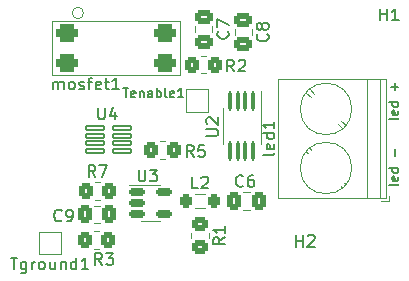
<source format=gto>
G04 #@! TF.GenerationSoftware,KiCad,Pcbnew,7.0.2*
G04 #@! TF.CreationDate,2023-10-22T17:07:00+02:00*
G04 #@! TF.ProjectId,aansturing lamp pcb,61616e73-7475-4726-996e-67206c616d70,rev?*
G04 #@! TF.SameCoordinates,Original*
G04 #@! TF.FileFunction,Legend,Top*
G04 #@! TF.FilePolarity,Positive*
%FSLAX46Y46*%
G04 Gerber Fmt 4.6, Leading zero omitted, Abs format (unit mm)*
G04 Created by KiCad (PCBNEW 7.0.2) date 2023-10-22 17:07:00*
%MOMM*%
%LPD*%
G01*
G04 APERTURE LIST*
G04 Aperture macros list*
%AMRoundRect*
0 Rectangle with rounded corners*
0 $1 Rounding radius*
0 $2 $3 $4 $5 $6 $7 $8 $9 X,Y pos of 4 corners*
0 Add a 4 corners polygon primitive as box body*
4,1,4,$2,$3,$4,$5,$6,$7,$8,$9,$2,$3,0*
0 Add four circle primitives for the rounded corners*
1,1,$1+$1,$2,$3*
1,1,$1+$1,$4,$5*
1,1,$1+$1,$6,$7*
1,1,$1+$1,$8,$9*
0 Add four rect primitives between the rounded corners*
20,1,$1+$1,$2,$3,$4,$5,0*
20,1,$1+$1,$4,$5,$6,$7,0*
20,1,$1+$1,$6,$7,$8,$9,0*
20,1,$1+$1,$8,$9,$2,$3,0*%
G04 Aperture macros list end*
%ADD10C,0.200000*%
%ADD11C,0.150000*%
%ADD12C,0.120000*%
%ADD13RoundRect,0.250000X-0.350000X-0.450000X0.350000X-0.450000X0.350000X0.450000X-0.350000X0.450000X0*%
%ADD14RoundRect,0.250000X0.337500X0.475000X-0.337500X0.475000X-0.337500X-0.475000X0.337500X-0.475000X0*%
%ADD15RoundRect,0.250000X0.350000X0.450000X-0.350000X0.450000X-0.350000X-0.450000X0.350000X-0.450000X0*%
%ADD16RoundRect,0.375000X0.575000X0.375000X-0.575000X0.375000X-0.575000X-0.375000X0.575000X-0.375000X0*%
%ADD17C,2.500000*%
%ADD18R,1.500000X1.500000*%
%ADD19RoundRect,0.250000X-0.337500X-0.475000X0.337500X-0.475000X0.337500X0.475000X-0.337500X0.475000X0*%
%ADD20RoundRect,0.150000X-0.512500X-0.150000X0.512500X-0.150000X0.512500X0.150000X-0.512500X0.150000X0*%
%ADD21R,2.600000X2.600000*%
%ADD22C,2.600000*%
%ADD23RoundRect,0.250000X0.275000X0.350000X-0.275000X0.350000X-0.275000X-0.350000X0.275000X-0.350000X0*%
%ADD24RoundRect,0.250000X-0.475000X0.337500X-0.475000X-0.337500X0.475000X-0.337500X0.475000X0.337500X0*%
%ADD25RoundRect,0.102000X0.762000X0.190000X-0.762000X0.190000X-0.762000X-0.190000X0.762000X-0.190000X0*%
%ADD26RoundRect,0.250000X-0.450000X0.350000X-0.450000X-0.350000X0.450000X-0.350000X0.450000X0.350000X0*%
%ADD27RoundRect,0.100000X-0.100000X0.712500X-0.100000X-0.712500X0.100000X-0.712500X0.100000X0.712500X0*%
%ADD28R,1.700000X1.700000*%
%ADD29O,1.700000X1.700000*%
G04 APERTURE END LIST*
D10*
X114837095Y-81610238D02*
X114799000Y-81686428D01*
X114799000Y-81686428D02*
X114722809Y-81724523D01*
X114722809Y-81724523D02*
X114037095Y-81724523D01*
X114799000Y-81000713D02*
X114837095Y-81076904D01*
X114837095Y-81076904D02*
X114837095Y-81229285D01*
X114837095Y-81229285D02*
X114799000Y-81305475D01*
X114799000Y-81305475D02*
X114722809Y-81343571D01*
X114722809Y-81343571D02*
X114418047Y-81343571D01*
X114418047Y-81343571D02*
X114341857Y-81305475D01*
X114341857Y-81305475D02*
X114303761Y-81229285D01*
X114303761Y-81229285D02*
X114303761Y-81076904D01*
X114303761Y-81076904D02*
X114341857Y-81000713D01*
X114341857Y-81000713D02*
X114418047Y-80962618D01*
X114418047Y-80962618D02*
X114494238Y-80962618D01*
X114494238Y-80962618D02*
X114570428Y-81343571D01*
X114837095Y-80276904D02*
X114037095Y-80276904D01*
X114799000Y-80276904D02*
X114837095Y-80353095D01*
X114837095Y-80353095D02*
X114837095Y-80505476D01*
X114837095Y-80505476D02*
X114799000Y-80581666D01*
X114799000Y-80581666D02*
X114760904Y-80619761D01*
X114760904Y-80619761D02*
X114684714Y-80657857D01*
X114684714Y-80657857D02*
X114456142Y-80657857D01*
X114456142Y-80657857D02*
X114379952Y-80619761D01*
X114379952Y-80619761D02*
X114341857Y-80581666D01*
X114341857Y-80581666D02*
X114303761Y-80505476D01*
X114303761Y-80505476D02*
X114303761Y-80353095D01*
X114303761Y-80353095D02*
X114341857Y-80276904D01*
X114532333Y-79286427D02*
X114532333Y-78676904D01*
X114837095Y-78981665D02*
X114227571Y-78981665D01*
X114837095Y-87198238D02*
X114799000Y-87274428D01*
X114799000Y-87274428D02*
X114722809Y-87312523D01*
X114722809Y-87312523D02*
X114037095Y-87312523D01*
X114799000Y-86588713D02*
X114837095Y-86664904D01*
X114837095Y-86664904D02*
X114837095Y-86817285D01*
X114837095Y-86817285D02*
X114799000Y-86893475D01*
X114799000Y-86893475D02*
X114722809Y-86931571D01*
X114722809Y-86931571D02*
X114418047Y-86931571D01*
X114418047Y-86931571D02*
X114341857Y-86893475D01*
X114341857Y-86893475D02*
X114303761Y-86817285D01*
X114303761Y-86817285D02*
X114303761Y-86664904D01*
X114303761Y-86664904D02*
X114341857Y-86588713D01*
X114341857Y-86588713D02*
X114418047Y-86550618D01*
X114418047Y-86550618D02*
X114494238Y-86550618D01*
X114494238Y-86550618D02*
X114570428Y-86931571D01*
X114837095Y-85864904D02*
X114037095Y-85864904D01*
X114799000Y-85864904D02*
X114837095Y-85941095D01*
X114837095Y-85941095D02*
X114837095Y-86093476D01*
X114837095Y-86093476D02*
X114799000Y-86169666D01*
X114799000Y-86169666D02*
X114760904Y-86207761D01*
X114760904Y-86207761D02*
X114684714Y-86245857D01*
X114684714Y-86245857D02*
X114456142Y-86245857D01*
X114456142Y-86245857D02*
X114379952Y-86207761D01*
X114379952Y-86207761D02*
X114341857Y-86169666D01*
X114341857Y-86169666D02*
X114303761Y-86093476D01*
X114303761Y-86093476D02*
X114303761Y-85941095D01*
X114303761Y-85941095D02*
X114341857Y-85864904D01*
X114532333Y-84874427D02*
X114532333Y-84264904D01*
D11*
X89193333Y-86602619D02*
X88860000Y-86126428D01*
X88621905Y-86602619D02*
X88621905Y-85602619D01*
X88621905Y-85602619D02*
X89002857Y-85602619D01*
X89002857Y-85602619D02*
X89098095Y-85650238D01*
X89098095Y-85650238D02*
X89145714Y-85697857D01*
X89145714Y-85697857D02*
X89193333Y-85793095D01*
X89193333Y-85793095D02*
X89193333Y-85935952D01*
X89193333Y-85935952D02*
X89145714Y-86031190D01*
X89145714Y-86031190D02*
X89098095Y-86078809D01*
X89098095Y-86078809D02*
X89002857Y-86126428D01*
X89002857Y-86126428D02*
X88621905Y-86126428D01*
X89526667Y-85602619D02*
X90193333Y-85602619D01*
X90193333Y-85602619D02*
X89764762Y-86602619D01*
X86320333Y-90283380D02*
X86272714Y-90331000D01*
X86272714Y-90331000D02*
X86129857Y-90378619D01*
X86129857Y-90378619D02*
X86034619Y-90378619D01*
X86034619Y-90378619D02*
X85891762Y-90331000D01*
X85891762Y-90331000D02*
X85796524Y-90235761D01*
X85796524Y-90235761D02*
X85748905Y-90140523D01*
X85748905Y-90140523D02*
X85701286Y-89950047D01*
X85701286Y-89950047D02*
X85701286Y-89807190D01*
X85701286Y-89807190D02*
X85748905Y-89616714D01*
X85748905Y-89616714D02*
X85796524Y-89521476D01*
X85796524Y-89521476D02*
X85891762Y-89426238D01*
X85891762Y-89426238D02*
X86034619Y-89378619D01*
X86034619Y-89378619D02*
X86129857Y-89378619D01*
X86129857Y-89378619D02*
X86272714Y-89426238D01*
X86272714Y-89426238D02*
X86320333Y-89473857D01*
X86796524Y-90378619D02*
X86987000Y-90378619D01*
X86987000Y-90378619D02*
X87082238Y-90331000D01*
X87082238Y-90331000D02*
X87129857Y-90283380D01*
X87129857Y-90283380D02*
X87225095Y-90140523D01*
X87225095Y-90140523D02*
X87272714Y-89950047D01*
X87272714Y-89950047D02*
X87272714Y-89569095D01*
X87272714Y-89569095D02*
X87225095Y-89473857D01*
X87225095Y-89473857D02*
X87177476Y-89426238D01*
X87177476Y-89426238D02*
X87082238Y-89378619D01*
X87082238Y-89378619D02*
X86891762Y-89378619D01*
X86891762Y-89378619D02*
X86796524Y-89426238D01*
X86796524Y-89426238D02*
X86748905Y-89473857D01*
X86748905Y-89473857D02*
X86701286Y-89569095D01*
X86701286Y-89569095D02*
X86701286Y-89807190D01*
X86701286Y-89807190D02*
X86748905Y-89902428D01*
X86748905Y-89902428D02*
X86796524Y-89950047D01*
X86796524Y-89950047D02*
X86891762Y-89997666D01*
X86891762Y-89997666D02*
X87082238Y-89997666D01*
X87082238Y-89997666D02*
X87177476Y-89950047D01*
X87177476Y-89950047D02*
X87225095Y-89902428D01*
X87225095Y-89902428D02*
X87272714Y-89807190D01*
X89749333Y-94061619D02*
X89416000Y-93585428D01*
X89177905Y-94061619D02*
X89177905Y-93061619D01*
X89177905Y-93061619D02*
X89558857Y-93061619D01*
X89558857Y-93061619D02*
X89654095Y-93109238D01*
X89654095Y-93109238D02*
X89701714Y-93156857D01*
X89701714Y-93156857D02*
X89749333Y-93252095D01*
X89749333Y-93252095D02*
X89749333Y-93394952D01*
X89749333Y-93394952D02*
X89701714Y-93490190D01*
X89701714Y-93490190D02*
X89654095Y-93537809D01*
X89654095Y-93537809D02*
X89558857Y-93585428D01*
X89558857Y-93585428D02*
X89177905Y-93585428D01*
X90082667Y-93061619D02*
X90701714Y-93061619D01*
X90701714Y-93061619D02*
X90368381Y-93442571D01*
X90368381Y-93442571D02*
X90511238Y-93442571D01*
X90511238Y-93442571D02*
X90606476Y-93490190D01*
X90606476Y-93490190D02*
X90654095Y-93537809D01*
X90654095Y-93537809D02*
X90701714Y-93633047D01*
X90701714Y-93633047D02*
X90701714Y-93871142D01*
X90701714Y-93871142D02*
X90654095Y-93966380D01*
X90654095Y-93966380D02*
X90606476Y-94014000D01*
X90606476Y-94014000D02*
X90511238Y-94061619D01*
X90511238Y-94061619D02*
X90225524Y-94061619D01*
X90225524Y-94061619D02*
X90130286Y-94014000D01*
X90130286Y-94014000D02*
X90082667Y-93966380D01*
X85630095Y-79202619D02*
X85630095Y-78535952D01*
X85630095Y-78631190D02*
X85677714Y-78583571D01*
X85677714Y-78583571D02*
X85772952Y-78535952D01*
X85772952Y-78535952D02*
X85915809Y-78535952D01*
X85915809Y-78535952D02*
X86011047Y-78583571D01*
X86011047Y-78583571D02*
X86058666Y-78678809D01*
X86058666Y-78678809D02*
X86058666Y-79202619D01*
X86058666Y-78678809D02*
X86106285Y-78583571D01*
X86106285Y-78583571D02*
X86201523Y-78535952D01*
X86201523Y-78535952D02*
X86344380Y-78535952D01*
X86344380Y-78535952D02*
X86439619Y-78583571D01*
X86439619Y-78583571D02*
X86487238Y-78678809D01*
X86487238Y-78678809D02*
X86487238Y-79202619D01*
X87106285Y-79202619D02*
X87011047Y-79155000D01*
X87011047Y-79155000D02*
X86963428Y-79107380D01*
X86963428Y-79107380D02*
X86915809Y-79012142D01*
X86915809Y-79012142D02*
X86915809Y-78726428D01*
X86915809Y-78726428D02*
X86963428Y-78631190D01*
X86963428Y-78631190D02*
X87011047Y-78583571D01*
X87011047Y-78583571D02*
X87106285Y-78535952D01*
X87106285Y-78535952D02*
X87249142Y-78535952D01*
X87249142Y-78535952D02*
X87344380Y-78583571D01*
X87344380Y-78583571D02*
X87391999Y-78631190D01*
X87391999Y-78631190D02*
X87439618Y-78726428D01*
X87439618Y-78726428D02*
X87439618Y-79012142D01*
X87439618Y-79012142D02*
X87391999Y-79107380D01*
X87391999Y-79107380D02*
X87344380Y-79155000D01*
X87344380Y-79155000D02*
X87249142Y-79202619D01*
X87249142Y-79202619D02*
X87106285Y-79202619D01*
X87820571Y-79155000D02*
X87915809Y-79202619D01*
X87915809Y-79202619D02*
X88106285Y-79202619D01*
X88106285Y-79202619D02*
X88201523Y-79155000D01*
X88201523Y-79155000D02*
X88249142Y-79059761D01*
X88249142Y-79059761D02*
X88249142Y-79012142D01*
X88249142Y-79012142D02*
X88201523Y-78916904D01*
X88201523Y-78916904D02*
X88106285Y-78869285D01*
X88106285Y-78869285D02*
X87963428Y-78869285D01*
X87963428Y-78869285D02*
X87868190Y-78821666D01*
X87868190Y-78821666D02*
X87820571Y-78726428D01*
X87820571Y-78726428D02*
X87820571Y-78678809D01*
X87820571Y-78678809D02*
X87868190Y-78583571D01*
X87868190Y-78583571D02*
X87963428Y-78535952D01*
X87963428Y-78535952D02*
X88106285Y-78535952D01*
X88106285Y-78535952D02*
X88201523Y-78583571D01*
X88534857Y-78535952D02*
X88915809Y-78535952D01*
X88677714Y-79202619D02*
X88677714Y-78345476D01*
X88677714Y-78345476D02*
X88725333Y-78250238D01*
X88725333Y-78250238D02*
X88820571Y-78202619D01*
X88820571Y-78202619D02*
X88915809Y-78202619D01*
X89630095Y-79155000D02*
X89534857Y-79202619D01*
X89534857Y-79202619D02*
X89344381Y-79202619D01*
X89344381Y-79202619D02*
X89249143Y-79155000D01*
X89249143Y-79155000D02*
X89201524Y-79059761D01*
X89201524Y-79059761D02*
X89201524Y-78678809D01*
X89201524Y-78678809D02*
X89249143Y-78583571D01*
X89249143Y-78583571D02*
X89344381Y-78535952D01*
X89344381Y-78535952D02*
X89534857Y-78535952D01*
X89534857Y-78535952D02*
X89630095Y-78583571D01*
X89630095Y-78583571D02*
X89677714Y-78678809D01*
X89677714Y-78678809D02*
X89677714Y-78774047D01*
X89677714Y-78774047D02*
X89201524Y-78869285D01*
X89963429Y-78535952D02*
X90344381Y-78535952D01*
X90106286Y-78202619D02*
X90106286Y-79059761D01*
X90106286Y-79059761D02*
X90153905Y-79155000D01*
X90153905Y-79155000D02*
X90249143Y-79202619D01*
X90249143Y-79202619D02*
X90344381Y-79202619D01*
X91201524Y-79202619D02*
X90630096Y-79202619D01*
X90915810Y-79202619D02*
X90915810Y-78202619D01*
X90915810Y-78202619D02*
X90820572Y-78345476D01*
X90820572Y-78345476D02*
X90725334Y-78440714D01*
X90725334Y-78440714D02*
X90630096Y-78488333D01*
X106172095Y-92516619D02*
X106172095Y-91516619D01*
X106172095Y-91992809D02*
X106743523Y-91992809D01*
X106743523Y-92516619D02*
X106743523Y-91516619D01*
X107172095Y-91611857D02*
X107219714Y-91564238D01*
X107219714Y-91564238D02*
X107314952Y-91516619D01*
X107314952Y-91516619D02*
X107553047Y-91516619D01*
X107553047Y-91516619D02*
X107648285Y-91564238D01*
X107648285Y-91564238D02*
X107695904Y-91611857D01*
X107695904Y-91611857D02*
X107743523Y-91707095D01*
X107743523Y-91707095D02*
X107743523Y-91802333D01*
X107743523Y-91802333D02*
X107695904Y-91945190D01*
X107695904Y-91945190D02*
X107124476Y-92516619D01*
X107124476Y-92516619D02*
X107743523Y-92516619D01*
X82010666Y-93442619D02*
X82582094Y-93442619D01*
X82296380Y-94442619D02*
X82296380Y-93442619D01*
X83343999Y-93775952D02*
X83343999Y-94585476D01*
X83343999Y-94585476D02*
X83296380Y-94680714D01*
X83296380Y-94680714D02*
X83248761Y-94728333D01*
X83248761Y-94728333D02*
X83153523Y-94775952D01*
X83153523Y-94775952D02*
X83010666Y-94775952D01*
X83010666Y-94775952D02*
X82915428Y-94728333D01*
X83343999Y-94395000D02*
X83248761Y-94442619D01*
X83248761Y-94442619D02*
X83058285Y-94442619D01*
X83058285Y-94442619D02*
X82963047Y-94395000D01*
X82963047Y-94395000D02*
X82915428Y-94347380D01*
X82915428Y-94347380D02*
X82867809Y-94252142D01*
X82867809Y-94252142D02*
X82867809Y-93966428D01*
X82867809Y-93966428D02*
X82915428Y-93871190D01*
X82915428Y-93871190D02*
X82963047Y-93823571D01*
X82963047Y-93823571D02*
X83058285Y-93775952D01*
X83058285Y-93775952D02*
X83248761Y-93775952D01*
X83248761Y-93775952D02*
X83343999Y-93823571D01*
X83820190Y-94442619D02*
X83820190Y-93775952D01*
X83820190Y-93966428D02*
X83867809Y-93871190D01*
X83867809Y-93871190D02*
X83915428Y-93823571D01*
X83915428Y-93823571D02*
X84010666Y-93775952D01*
X84010666Y-93775952D02*
X84105904Y-93775952D01*
X84582095Y-94442619D02*
X84486857Y-94395000D01*
X84486857Y-94395000D02*
X84439238Y-94347380D01*
X84439238Y-94347380D02*
X84391619Y-94252142D01*
X84391619Y-94252142D02*
X84391619Y-93966428D01*
X84391619Y-93966428D02*
X84439238Y-93871190D01*
X84439238Y-93871190D02*
X84486857Y-93823571D01*
X84486857Y-93823571D02*
X84582095Y-93775952D01*
X84582095Y-93775952D02*
X84724952Y-93775952D01*
X84724952Y-93775952D02*
X84820190Y-93823571D01*
X84820190Y-93823571D02*
X84867809Y-93871190D01*
X84867809Y-93871190D02*
X84915428Y-93966428D01*
X84915428Y-93966428D02*
X84915428Y-94252142D01*
X84915428Y-94252142D02*
X84867809Y-94347380D01*
X84867809Y-94347380D02*
X84820190Y-94395000D01*
X84820190Y-94395000D02*
X84724952Y-94442619D01*
X84724952Y-94442619D02*
X84582095Y-94442619D01*
X85772571Y-93775952D02*
X85772571Y-94442619D01*
X85344000Y-93775952D02*
X85344000Y-94299761D01*
X85344000Y-94299761D02*
X85391619Y-94395000D01*
X85391619Y-94395000D02*
X85486857Y-94442619D01*
X85486857Y-94442619D02*
X85629714Y-94442619D01*
X85629714Y-94442619D02*
X85724952Y-94395000D01*
X85724952Y-94395000D02*
X85772571Y-94347380D01*
X86248762Y-93775952D02*
X86248762Y-94442619D01*
X86248762Y-93871190D02*
X86296381Y-93823571D01*
X86296381Y-93823571D02*
X86391619Y-93775952D01*
X86391619Y-93775952D02*
X86534476Y-93775952D01*
X86534476Y-93775952D02*
X86629714Y-93823571D01*
X86629714Y-93823571D02*
X86677333Y-93918809D01*
X86677333Y-93918809D02*
X86677333Y-94442619D01*
X87582095Y-94442619D02*
X87582095Y-93442619D01*
X87582095Y-94395000D02*
X87486857Y-94442619D01*
X87486857Y-94442619D02*
X87296381Y-94442619D01*
X87296381Y-94442619D02*
X87201143Y-94395000D01*
X87201143Y-94395000D02*
X87153524Y-94347380D01*
X87153524Y-94347380D02*
X87105905Y-94252142D01*
X87105905Y-94252142D02*
X87105905Y-93966428D01*
X87105905Y-93966428D02*
X87153524Y-93871190D01*
X87153524Y-93871190D02*
X87201143Y-93823571D01*
X87201143Y-93823571D02*
X87296381Y-93775952D01*
X87296381Y-93775952D02*
X87486857Y-93775952D01*
X87486857Y-93775952D02*
X87582095Y-93823571D01*
X88582095Y-94442619D02*
X88010667Y-94442619D01*
X88296381Y-94442619D02*
X88296381Y-93442619D01*
X88296381Y-93442619D02*
X88201143Y-93585476D01*
X88201143Y-93585476D02*
X88105905Y-93680714D01*
X88105905Y-93680714D02*
X88010667Y-93728333D01*
X101687333Y-87362380D02*
X101639714Y-87410000D01*
X101639714Y-87410000D02*
X101496857Y-87457619D01*
X101496857Y-87457619D02*
X101401619Y-87457619D01*
X101401619Y-87457619D02*
X101258762Y-87410000D01*
X101258762Y-87410000D02*
X101163524Y-87314761D01*
X101163524Y-87314761D02*
X101115905Y-87219523D01*
X101115905Y-87219523D02*
X101068286Y-87029047D01*
X101068286Y-87029047D02*
X101068286Y-86886190D01*
X101068286Y-86886190D02*
X101115905Y-86695714D01*
X101115905Y-86695714D02*
X101163524Y-86600476D01*
X101163524Y-86600476D02*
X101258762Y-86505238D01*
X101258762Y-86505238D02*
X101401619Y-86457619D01*
X101401619Y-86457619D02*
X101496857Y-86457619D01*
X101496857Y-86457619D02*
X101639714Y-86505238D01*
X101639714Y-86505238D02*
X101687333Y-86552857D01*
X102544476Y-86457619D02*
X102354000Y-86457619D01*
X102354000Y-86457619D02*
X102258762Y-86505238D01*
X102258762Y-86505238D02*
X102211143Y-86552857D01*
X102211143Y-86552857D02*
X102115905Y-86695714D01*
X102115905Y-86695714D02*
X102068286Y-86886190D01*
X102068286Y-86886190D02*
X102068286Y-87267142D01*
X102068286Y-87267142D02*
X102115905Y-87362380D01*
X102115905Y-87362380D02*
X102163524Y-87410000D01*
X102163524Y-87410000D02*
X102258762Y-87457619D01*
X102258762Y-87457619D02*
X102449238Y-87457619D01*
X102449238Y-87457619D02*
X102544476Y-87410000D01*
X102544476Y-87410000D02*
X102592095Y-87362380D01*
X102592095Y-87362380D02*
X102639714Y-87267142D01*
X102639714Y-87267142D02*
X102639714Y-87029047D01*
X102639714Y-87029047D02*
X102592095Y-86933809D01*
X102592095Y-86933809D02*
X102544476Y-86886190D01*
X102544476Y-86886190D02*
X102449238Y-86838571D01*
X102449238Y-86838571D02*
X102258762Y-86838571D01*
X102258762Y-86838571D02*
X102163524Y-86886190D01*
X102163524Y-86886190D02*
X102115905Y-86933809D01*
X102115905Y-86933809D02*
X102068286Y-87029047D01*
X91516523Y-79072095D02*
X91973666Y-79072095D01*
X91745094Y-79872095D02*
X91745094Y-79072095D01*
X92545095Y-79834000D02*
X92468904Y-79872095D01*
X92468904Y-79872095D02*
X92316523Y-79872095D01*
X92316523Y-79872095D02*
X92240333Y-79834000D01*
X92240333Y-79834000D02*
X92202237Y-79757809D01*
X92202237Y-79757809D02*
X92202237Y-79453047D01*
X92202237Y-79453047D02*
X92240333Y-79376857D01*
X92240333Y-79376857D02*
X92316523Y-79338761D01*
X92316523Y-79338761D02*
X92468904Y-79338761D01*
X92468904Y-79338761D02*
X92545095Y-79376857D01*
X92545095Y-79376857D02*
X92583190Y-79453047D01*
X92583190Y-79453047D02*
X92583190Y-79529238D01*
X92583190Y-79529238D02*
X92202237Y-79605428D01*
X92926047Y-79338761D02*
X92926047Y-79872095D01*
X92926047Y-79414952D02*
X92964142Y-79376857D01*
X92964142Y-79376857D02*
X93040332Y-79338761D01*
X93040332Y-79338761D02*
X93154618Y-79338761D01*
X93154618Y-79338761D02*
X93230809Y-79376857D01*
X93230809Y-79376857D02*
X93268904Y-79453047D01*
X93268904Y-79453047D02*
X93268904Y-79872095D01*
X93992714Y-79872095D02*
X93992714Y-79453047D01*
X93992714Y-79453047D02*
X93954619Y-79376857D01*
X93954619Y-79376857D02*
X93878428Y-79338761D01*
X93878428Y-79338761D02*
X93726047Y-79338761D01*
X93726047Y-79338761D02*
X93649857Y-79376857D01*
X93992714Y-79834000D02*
X93916523Y-79872095D01*
X93916523Y-79872095D02*
X93726047Y-79872095D01*
X93726047Y-79872095D02*
X93649857Y-79834000D01*
X93649857Y-79834000D02*
X93611761Y-79757809D01*
X93611761Y-79757809D02*
X93611761Y-79681619D01*
X93611761Y-79681619D02*
X93649857Y-79605428D01*
X93649857Y-79605428D02*
X93726047Y-79567333D01*
X93726047Y-79567333D02*
X93916523Y-79567333D01*
X93916523Y-79567333D02*
X93992714Y-79529238D01*
X94373667Y-79872095D02*
X94373667Y-79072095D01*
X94373667Y-79376857D02*
X94449857Y-79338761D01*
X94449857Y-79338761D02*
X94602238Y-79338761D01*
X94602238Y-79338761D02*
X94678429Y-79376857D01*
X94678429Y-79376857D02*
X94716524Y-79414952D01*
X94716524Y-79414952D02*
X94754619Y-79491142D01*
X94754619Y-79491142D02*
X94754619Y-79719714D01*
X94754619Y-79719714D02*
X94716524Y-79795904D01*
X94716524Y-79795904D02*
X94678429Y-79834000D01*
X94678429Y-79834000D02*
X94602238Y-79872095D01*
X94602238Y-79872095D02*
X94449857Y-79872095D01*
X94449857Y-79872095D02*
X94373667Y-79834000D01*
X95211762Y-79872095D02*
X95135572Y-79834000D01*
X95135572Y-79834000D02*
X95097477Y-79757809D01*
X95097477Y-79757809D02*
X95097477Y-79072095D01*
X95821287Y-79834000D02*
X95745096Y-79872095D01*
X95745096Y-79872095D02*
X95592715Y-79872095D01*
X95592715Y-79872095D02*
X95516525Y-79834000D01*
X95516525Y-79834000D02*
X95478429Y-79757809D01*
X95478429Y-79757809D02*
X95478429Y-79453047D01*
X95478429Y-79453047D02*
X95516525Y-79376857D01*
X95516525Y-79376857D02*
X95592715Y-79338761D01*
X95592715Y-79338761D02*
X95745096Y-79338761D01*
X95745096Y-79338761D02*
X95821287Y-79376857D01*
X95821287Y-79376857D02*
X95859382Y-79453047D01*
X95859382Y-79453047D02*
X95859382Y-79529238D01*
X95859382Y-79529238D02*
X95478429Y-79605428D01*
X96621286Y-79872095D02*
X96164143Y-79872095D01*
X96392715Y-79872095D02*
X96392715Y-79072095D01*
X96392715Y-79072095D02*
X96316524Y-79186380D01*
X96316524Y-79186380D02*
X96240334Y-79262571D01*
X96240334Y-79262571D02*
X96164143Y-79300666D01*
X92848095Y-85982619D02*
X92848095Y-86792142D01*
X92848095Y-86792142D02*
X92895714Y-86887380D01*
X92895714Y-86887380D02*
X92943333Y-86935000D01*
X92943333Y-86935000D02*
X93038571Y-86982619D01*
X93038571Y-86982619D02*
X93229047Y-86982619D01*
X93229047Y-86982619D02*
X93324285Y-86935000D01*
X93324285Y-86935000D02*
X93371904Y-86887380D01*
X93371904Y-86887380D02*
X93419523Y-86792142D01*
X93419523Y-86792142D02*
X93419523Y-85982619D01*
X93800476Y-85982619D02*
X94419523Y-85982619D01*
X94419523Y-85982619D02*
X94086190Y-86363571D01*
X94086190Y-86363571D02*
X94229047Y-86363571D01*
X94229047Y-86363571D02*
X94324285Y-86411190D01*
X94324285Y-86411190D02*
X94371904Y-86458809D01*
X94371904Y-86458809D02*
X94419523Y-86554047D01*
X94419523Y-86554047D02*
X94419523Y-86792142D01*
X94419523Y-86792142D02*
X94371904Y-86887380D01*
X94371904Y-86887380D02*
X94324285Y-86935000D01*
X94324285Y-86935000D02*
X94229047Y-86982619D01*
X94229047Y-86982619D02*
X93943333Y-86982619D01*
X93943333Y-86982619D02*
X93848095Y-86935000D01*
X93848095Y-86935000D02*
X93800476Y-86887380D01*
X104348619Y-84590095D02*
X104301000Y-84685333D01*
X104301000Y-84685333D02*
X104205761Y-84732952D01*
X104205761Y-84732952D02*
X103348619Y-84732952D01*
X104301000Y-83828190D02*
X104348619Y-83923428D01*
X104348619Y-83923428D02*
X104348619Y-84113904D01*
X104348619Y-84113904D02*
X104301000Y-84209142D01*
X104301000Y-84209142D02*
X104205761Y-84256761D01*
X104205761Y-84256761D02*
X103824809Y-84256761D01*
X103824809Y-84256761D02*
X103729571Y-84209142D01*
X103729571Y-84209142D02*
X103681952Y-84113904D01*
X103681952Y-84113904D02*
X103681952Y-83923428D01*
X103681952Y-83923428D02*
X103729571Y-83828190D01*
X103729571Y-83828190D02*
X103824809Y-83780571D01*
X103824809Y-83780571D02*
X103920047Y-83780571D01*
X103920047Y-83780571D02*
X104015285Y-84256761D01*
X104348619Y-82923428D02*
X103348619Y-82923428D01*
X104301000Y-82923428D02*
X104348619Y-83018666D01*
X104348619Y-83018666D02*
X104348619Y-83209142D01*
X104348619Y-83209142D02*
X104301000Y-83304380D01*
X104301000Y-83304380D02*
X104253380Y-83351999D01*
X104253380Y-83351999D02*
X104158142Y-83399618D01*
X104158142Y-83399618D02*
X103872428Y-83399618D01*
X103872428Y-83399618D02*
X103777190Y-83351999D01*
X103777190Y-83351999D02*
X103729571Y-83304380D01*
X103729571Y-83304380D02*
X103681952Y-83209142D01*
X103681952Y-83209142D02*
X103681952Y-83018666D01*
X103681952Y-83018666D02*
X103729571Y-82923428D01*
X104348619Y-81923428D02*
X104348619Y-82494856D01*
X104348619Y-82209142D02*
X103348619Y-82209142D01*
X103348619Y-82209142D02*
X103491476Y-82304380D01*
X103491476Y-82304380D02*
X103586714Y-82399618D01*
X103586714Y-82399618D02*
X103634333Y-82494856D01*
X100925333Y-77678619D02*
X100592000Y-77202428D01*
X100353905Y-77678619D02*
X100353905Y-76678619D01*
X100353905Y-76678619D02*
X100734857Y-76678619D01*
X100734857Y-76678619D02*
X100830095Y-76726238D01*
X100830095Y-76726238D02*
X100877714Y-76773857D01*
X100877714Y-76773857D02*
X100925333Y-76869095D01*
X100925333Y-76869095D02*
X100925333Y-77011952D01*
X100925333Y-77011952D02*
X100877714Y-77107190D01*
X100877714Y-77107190D02*
X100830095Y-77154809D01*
X100830095Y-77154809D02*
X100734857Y-77202428D01*
X100734857Y-77202428D02*
X100353905Y-77202428D01*
X101306286Y-76773857D02*
X101353905Y-76726238D01*
X101353905Y-76726238D02*
X101449143Y-76678619D01*
X101449143Y-76678619D02*
X101687238Y-76678619D01*
X101687238Y-76678619D02*
X101782476Y-76726238D01*
X101782476Y-76726238D02*
X101830095Y-76773857D01*
X101830095Y-76773857D02*
X101877714Y-76869095D01*
X101877714Y-76869095D02*
X101877714Y-76964333D01*
X101877714Y-76964333D02*
X101830095Y-77107190D01*
X101830095Y-77107190D02*
X101258667Y-77678619D01*
X101258667Y-77678619D02*
X101877714Y-77678619D01*
X97496333Y-84917619D02*
X97163000Y-84441428D01*
X96924905Y-84917619D02*
X96924905Y-83917619D01*
X96924905Y-83917619D02*
X97305857Y-83917619D01*
X97305857Y-83917619D02*
X97401095Y-83965238D01*
X97401095Y-83965238D02*
X97448714Y-84012857D01*
X97448714Y-84012857D02*
X97496333Y-84108095D01*
X97496333Y-84108095D02*
X97496333Y-84250952D01*
X97496333Y-84250952D02*
X97448714Y-84346190D01*
X97448714Y-84346190D02*
X97401095Y-84393809D01*
X97401095Y-84393809D02*
X97305857Y-84441428D01*
X97305857Y-84441428D02*
X96924905Y-84441428D01*
X98401095Y-83917619D02*
X97924905Y-83917619D01*
X97924905Y-83917619D02*
X97877286Y-84393809D01*
X97877286Y-84393809D02*
X97924905Y-84346190D01*
X97924905Y-84346190D02*
X98020143Y-84298571D01*
X98020143Y-84298571D02*
X98258238Y-84298571D01*
X98258238Y-84298571D02*
X98353476Y-84346190D01*
X98353476Y-84346190D02*
X98401095Y-84393809D01*
X98401095Y-84393809D02*
X98448714Y-84489047D01*
X98448714Y-84489047D02*
X98448714Y-84727142D01*
X98448714Y-84727142D02*
X98401095Y-84822380D01*
X98401095Y-84822380D02*
X98353476Y-84870000D01*
X98353476Y-84870000D02*
X98258238Y-84917619D01*
X98258238Y-84917619D02*
X98020143Y-84917619D01*
X98020143Y-84917619D02*
X97924905Y-84870000D01*
X97924905Y-84870000D02*
X97877286Y-84822380D01*
X97877333Y-87584619D02*
X97401143Y-87584619D01*
X97401143Y-87584619D02*
X97401143Y-86584619D01*
X98163048Y-86679857D02*
X98210667Y-86632238D01*
X98210667Y-86632238D02*
X98305905Y-86584619D01*
X98305905Y-86584619D02*
X98544000Y-86584619D01*
X98544000Y-86584619D02*
X98639238Y-86632238D01*
X98639238Y-86632238D02*
X98686857Y-86679857D01*
X98686857Y-86679857D02*
X98734476Y-86775095D01*
X98734476Y-86775095D02*
X98734476Y-86870333D01*
X98734476Y-86870333D02*
X98686857Y-87013190D01*
X98686857Y-87013190D02*
X98115429Y-87584619D01*
X98115429Y-87584619D02*
X98734476Y-87584619D01*
X113284095Y-73360619D02*
X113284095Y-72360619D01*
X113284095Y-72836809D02*
X113855523Y-72836809D01*
X113855523Y-73360619D02*
X113855523Y-72360619D01*
X114855523Y-73360619D02*
X114284095Y-73360619D01*
X114569809Y-73360619D02*
X114569809Y-72360619D01*
X114569809Y-72360619D02*
X114474571Y-72503476D01*
X114474571Y-72503476D02*
X114379333Y-72598714D01*
X114379333Y-72598714D02*
X114284095Y-72646333D01*
X100387380Y-74276666D02*
X100435000Y-74324285D01*
X100435000Y-74324285D02*
X100482619Y-74467142D01*
X100482619Y-74467142D02*
X100482619Y-74562380D01*
X100482619Y-74562380D02*
X100435000Y-74705237D01*
X100435000Y-74705237D02*
X100339761Y-74800475D01*
X100339761Y-74800475D02*
X100244523Y-74848094D01*
X100244523Y-74848094D02*
X100054047Y-74895713D01*
X100054047Y-74895713D02*
X99911190Y-74895713D01*
X99911190Y-74895713D02*
X99720714Y-74848094D01*
X99720714Y-74848094D02*
X99625476Y-74800475D01*
X99625476Y-74800475D02*
X99530238Y-74705237D01*
X99530238Y-74705237D02*
X99482619Y-74562380D01*
X99482619Y-74562380D02*
X99482619Y-74467142D01*
X99482619Y-74467142D02*
X99530238Y-74324285D01*
X99530238Y-74324285D02*
X99577857Y-74276666D01*
X99482619Y-73943332D02*
X99482619Y-73276666D01*
X99482619Y-73276666D02*
X100482619Y-73705237D01*
X89408095Y-80742619D02*
X89408095Y-81552142D01*
X89408095Y-81552142D02*
X89455714Y-81647380D01*
X89455714Y-81647380D02*
X89503333Y-81695000D01*
X89503333Y-81695000D02*
X89598571Y-81742619D01*
X89598571Y-81742619D02*
X89789047Y-81742619D01*
X89789047Y-81742619D02*
X89884285Y-81695000D01*
X89884285Y-81695000D02*
X89931904Y-81647380D01*
X89931904Y-81647380D02*
X89979523Y-81552142D01*
X89979523Y-81552142D02*
X89979523Y-80742619D01*
X90884285Y-81075952D02*
X90884285Y-81742619D01*
X90646190Y-80695000D02*
X90408095Y-81409285D01*
X90408095Y-81409285D02*
X91027142Y-81409285D01*
X100156619Y-91733666D02*
X99680428Y-92066999D01*
X100156619Y-92305094D02*
X99156619Y-92305094D01*
X99156619Y-92305094D02*
X99156619Y-91924142D01*
X99156619Y-91924142D02*
X99204238Y-91828904D01*
X99204238Y-91828904D02*
X99251857Y-91781285D01*
X99251857Y-91781285D02*
X99347095Y-91733666D01*
X99347095Y-91733666D02*
X99489952Y-91733666D01*
X99489952Y-91733666D02*
X99585190Y-91781285D01*
X99585190Y-91781285D02*
X99632809Y-91828904D01*
X99632809Y-91828904D02*
X99680428Y-91924142D01*
X99680428Y-91924142D02*
X99680428Y-92305094D01*
X100156619Y-90781285D02*
X100156619Y-91352713D01*
X100156619Y-91066999D02*
X99156619Y-91066999D01*
X99156619Y-91066999D02*
X99299476Y-91162237D01*
X99299476Y-91162237D02*
X99394714Y-91257475D01*
X99394714Y-91257475D02*
X99442333Y-91352713D01*
X98582619Y-83131904D02*
X99392142Y-83131904D01*
X99392142Y-83131904D02*
X99487380Y-83084285D01*
X99487380Y-83084285D02*
X99535000Y-83036666D01*
X99535000Y-83036666D02*
X99582619Y-82941428D01*
X99582619Y-82941428D02*
X99582619Y-82750952D01*
X99582619Y-82750952D02*
X99535000Y-82655714D01*
X99535000Y-82655714D02*
X99487380Y-82608095D01*
X99487380Y-82608095D02*
X99392142Y-82560476D01*
X99392142Y-82560476D02*
X98582619Y-82560476D01*
X98677857Y-82131904D02*
X98630238Y-82084285D01*
X98630238Y-82084285D02*
X98582619Y-81989047D01*
X98582619Y-81989047D02*
X98582619Y-81750952D01*
X98582619Y-81750952D02*
X98630238Y-81655714D01*
X98630238Y-81655714D02*
X98677857Y-81608095D01*
X98677857Y-81608095D02*
X98773095Y-81560476D01*
X98773095Y-81560476D02*
X98868333Y-81560476D01*
X98868333Y-81560476D02*
X99011190Y-81608095D01*
X99011190Y-81608095D02*
X99582619Y-82179523D01*
X99582619Y-82179523D02*
X99582619Y-81560476D01*
X103757380Y-74516666D02*
X103805000Y-74564285D01*
X103805000Y-74564285D02*
X103852619Y-74707142D01*
X103852619Y-74707142D02*
X103852619Y-74802380D01*
X103852619Y-74802380D02*
X103805000Y-74945237D01*
X103805000Y-74945237D02*
X103709761Y-75040475D01*
X103709761Y-75040475D02*
X103614523Y-75088094D01*
X103614523Y-75088094D02*
X103424047Y-75135713D01*
X103424047Y-75135713D02*
X103281190Y-75135713D01*
X103281190Y-75135713D02*
X103090714Y-75088094D01*
X103090714Y-75088094D02*
X102995476Y-75040475D01*
X102995476Y-75040475D02*
X102900238Y-74945237D01*
X102900238Y-74945237D02*
X102852619Y-74802380D01*
X102852619Y-74802380D02*
X102852619Y-74707142D01*
X102852619Y-74707142D02*
X102900238Y-74564285D01*
X102900238Y-74564285D02*
X102947857Y-74516666D01*
X103281190Y-73945237D02*
X103233571Y-74040475D01*
X103233571Y-74040475D02*
X103185952Y-74088094D01*
X103185952Y-74088094D02*
X103090714Y-74135713D01*
X103090714Y-74135713D02*
X103043095Y-74135713D01*
X103043095Y-74135713D02*
X102947857Y-74088094D01*
X102947857Y-74088094D02*
X102900238Y-74040475D01*
X102900238Y-74040475D02*
X102852619Y-73945237D01*
X102852619Y-73945237D02*
X102852619Y-73754761D01*
X102852619Y-73754761D02*
X102900238Y-73659523D01*
X102900238Y-73659523D02*
X102947857Y-73611904D01*
X102947857Y-73611904D02*
X103043095Y-73564285D01*
X103043095Y-73564285D02*
X103090714Y-73564285D01*
X103090714Y-73564285D02*
X103185952Y-73611904D01*
X103185952Y-73611904D02*
X103233571Y-73659523D01*
X103233571Y-73659523D02*
X103281190Y-73754761D01*
X103281190Y-73754761D02*
X103281190Y-73945237D01*
X103281190Y-73945237D02*
X103328809Y-74040475D01*
X103328809Y-74040475D02*
X103376428Y-74088094D01*
X103376428Y-74088094D02*
X103471666Y-74135713D01*
X103471666Y-74135713D02*
X103662142Y-74135713D01*
X103662142Y-74135713D02*
X103757380Y-74088094D01*
X103757380Y-74088094D02*
X103805000Y-74040475D01*
X103805000Y-74040475D02*
X103852619Y-73945237D01*
X103852619Y-73945237D02*
X103852619Y-73754761D01*
X103852619Y-73754761D02*
X103805000Y-73659523D01*
X103805000Y-73659523D02*
X103757380Y-73611904D01*
X103757380Y-73611904D02*
X103662142Y-73564285D01*
X103662142Y-73564285D02*
X103471666Y-73564285D01*
X103471666Y-73564285D02*
X103376428Y-73611904D01*
X103376428Y-73611904D02*
X103328809Y-73659523D01*
X103328809Y-73659523D02*
X103281190Y-73754761D01*
D12*
X89132936Y-87055000D02*
X89587064Y-87055000D01*
X89132936Y-88525000D02*
X89587064Y-88525000D01*
X89571252Y-90515000D02*
X89048748Y-90515000D01*
X89571252Y-89045000D02*
X89048748Y-89045000D01*
X89508064Y-92683000D02*
X89053936Y-92683000D01*
X89508064Y-91213000D02*
X89053936Y-91213000D01*
X85532000Y-77992000D02*
X96332000Y-77992000D01*
X96332000Y-77992000D02*
X96332000Y-73392000D01*
X96332000Y-73392000D02*
X85532000Y-73392000D01*
X85532000Y-73392000D02*
X85532000Y-77992000D01*
X88184701Y-72722000D02*
G75*
G03*
X88184701Y-72722000I-482701J0D01*
G01*
X84394000Y-91252000D02*
X86294000Y-91252000D01*
X84394000Y-93152000D02*
X84394000Y-91252000D01*
X86294000Y-91252000D02*
X86294000Y-93152000D01*
X86294000Y-93152000D02*
X84394000Y-93152000D01*
X101719748Y-87911000D02*
X102242252Y-87911000D01*
X101719748Y-89381000D02*
X102242252Y-89381000D01*
X96840000Y-79187000D02*
X98740000Y-79187000D01*
X96840000Y-81087000D02*
X96840000Y-79187000D01*
X98740000Y-79187000D02*
X98740000Y-81087000D01*
X98740000Y-81087000D02*
X96840000Y-81087000D01*
X93870000Y-87250000D02*
X92070000Y-87250000D01*
X93870000Y-87250000D02*
X94670000Y-87250000D01*
X93870000Y-90370000D02*
X93070000Y-90370000D01*
X93870000Y-90370000D02*
X94670000Y-90370000D01*
X113372000Y-88652000D02*
X114012000Y-88652000D01*
X114012000Y-88652000D02*
X114012000Y-88252000D01*
X104652000Y-88412000D02*
X113772000Y-88412000D01*
X104652000Y-88412000D02*
X104652000Y-78292000D01*
X112212000Y-88412000D02*
X112212000Y-78292000D01*
X113312000Y-88412000D02*
X113312000Y-78292000D01*
X113772000Y-88412000D02*
X113772000Y-78292000D01*
X109993000Y-87400000D02*
X110100000Y-87506000D01*
X110259000Y-87134000D02*
X110366000Y-87240000D01*
X107058000Y-84464000D02*
X107165000Y-84571000D01*
X107324000Y-84198000D02*
X107431000Y-84305000D01*
X109704000Y-82110000D02*
X110100000Y-82505000D01*
X109986000Y-81859000D02*
X110366000Y-82239000D01*
X107058000Y-79464000D02*
X107438000Y-79844000D01*
X107324000Y-79198000D02*
X107720000Y-79593000D01*
X104652000Y-78292000D02*
X113772000Y-78292000D01*
X110892000Y-85852000D02*
G75*
G03*
X110892000Y-85852000I-2180000J0D01*
G01*
X110892000Y-80852000D02*
G75*
G03*
X110892000Y-80852000I-2180000J0D01*
G01*
X98112936Y-76365000D02*
X98567064Y-76365000D01*
X98112936Y-77835000D02*
X98567064Y-77835000D01*
X94625936Y-83593000D02*
X95080064Y-83593000D01*
X94625936Y-85063000D02*
X95080064Y-85063000D01*
X98454242Y-89206000D02*
X97633758Y-89206000D01*
X98454242Y-88086000D02*
X97633758Y-88086000D01*
X99075000Y-73848748D02*
X99075000Y-74371252D01*
X97605000Y-73848748D02*
X97605000Y-74371252D01*
X98779000Y-91339936D02*
X98779000Y-91794064D01*
X97309000Y-91339936D02*
X97309000Y-91794064D01*
X103180000Y-82290000D02*
X103180000Y-79365000D01*
X103180000Y-82290000D02*
X103180000Y-83790000D01*
X99960000Y-82290000D02*
X99960000Y-80790000D01*
X99960000Y-82290000D02*
X99960000Y-83790000D01*
X102445000Y-74088748D02*
X102445000Y-74611252D01*
X100975000Y-74088748D02*
X100975000Y-74611252D01*
%LPC*%
D13*
X88360000Y-87790000D03*
X90360000Y-87790000D03*
D14*
X90347500Y-89780000D03*
X88272500Y-89780000D03*
D15*
X90281000Y-91948000D03*
X88281000Y-91948000D03*
D16*
X86781996Y-74422000D03*
X86781996Y-76962000D03*
X95081996Y-76962000D03*
X95081996Y-74422000D03*
D17*
X110800000Y-91900000D03*
D18*
X85344000Y-92202000D03*
D19*
X100943500Y-88646000D03*
X103018500Y-88646000D03*
D18*
X97790000Y-80137000D03*
D20*
X92732500Y-87860000D03*
X92732500Y-88810000D03*
X92732500Y-89760000D03*
X95007500Y-89760000D03*
X95007500Y-87860000D03*
D21*
X108712000Y-85852000D03*
D22*
X108712000Y-80852000D03*
D13*
X97340000Y-77100000D03*
X99340000Y-77100000D03*
X93853000Y-84328000D03*
X95853000Y-84328000D03*
D23*
X99194000Y-88646000D03*
X96894000Y-88646000D03*
D17*
X111000000Y-75000000D03*
D24*
X98340000Y-73072500D03*
X98340000Y-75147500D03*
D25*
X91465400Y-84414200D03*
X91465400Y-83764200D03*
X91465400Y-83113800D03*
X91465400Y-82463800D03*
X89128600Y-82463800D03*
X89128600Y-83113800D03*
X89128600Y-83764200D03*
X89128600Y-84414200D03*
D26*
X98044000Y-90567000D03*
X98044000Y-92567000D03*
D27*
X102545000Y-80177500D03*
X101895000Y-80177500D03*
X101245000Y-80177500D03*
X100595000Y-80177500D03*
X100595000Y-84402500D03*
X101245000Y-84402500D03*
X101895000Y-84402500D03*
X102545000Y-84402500D03*
D24*
X101710000Y-73312500D03*
X101710000Y-75387500D03*
D28*
X82042000Y-75438000D03*
D29*
X82042000Y-77978000D03*
X82042000Y-80518000D03*
X82042000Y-83058000D03*
X82042000Y-85598000D03*
X82042000Y-88138000D03*
X82042000Y-90678000D03*
%LPD*%
M02*

</source>
